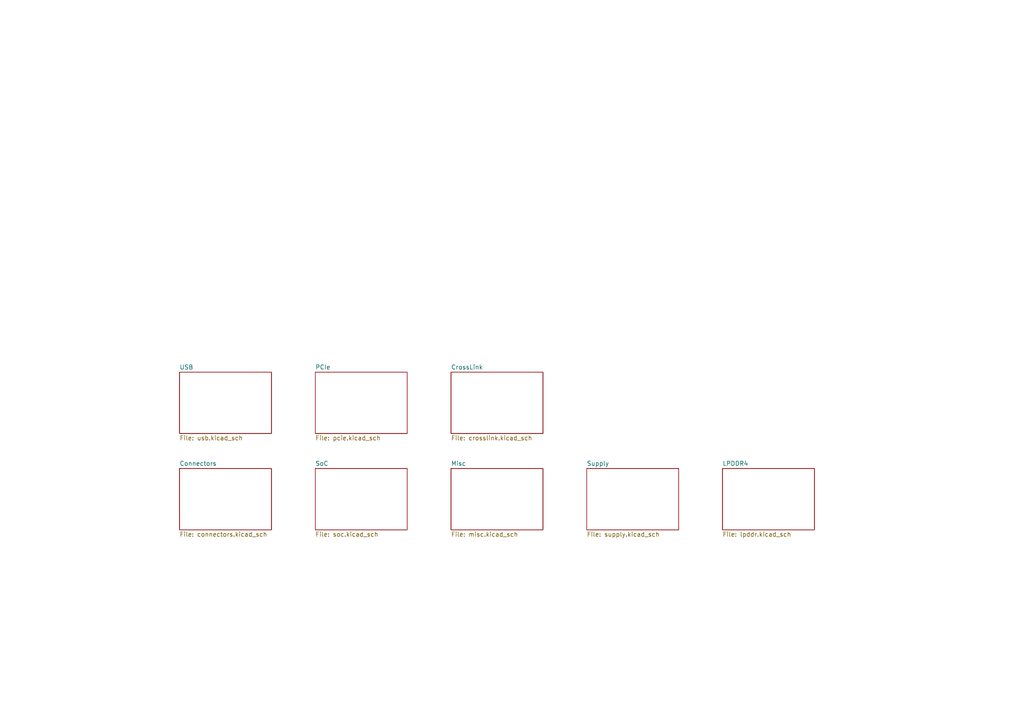
<source format=kicad_sch>
(kicad_sch (version 20211123) (generator eeschema)
  (paper "A4")
  (title_block (title "PolarFire SoM") (date "2024-01-09") (rev "1.0.0") (company "Antmicro Ltd") (comment 1 "www.antmicro.com"))
  (lib_symbols)
  (sheet (at 209.55 135.89) (size 26.67 17.78) (stroke (width 0.1524))
    (property "Sheet name" "LPDDR4" (at 209.55 135.1784 0) (effects (justify left bottom)))
    (property "Sheet file" "lpddr.kicad_sch" (at 209.55 154.2546 0) (effects (justify left top)))
  )
  (sheet (at 52.07 135.89) (size 26.67 17.78) (stroke (width 0.1524))
    (property "Sheet name" "Connectors" (at 52.07 135.1784 0) (effects (justify left bottom)))
    (property "Sheet file" "connectors.kicad_sch" (at 52.07 154.2546 0) (effects (justify left top)))
  )
  (sheet (at 130.81 135.89) (size 26.67 17.78) (stroke (width 0.1524))
    (property "Sheet name" "Misc" (at 130.81 135.1784 0) (effects (justify left bottom)))
    (property "Sheet file" "misc.kicad_sch" (at 130.81 154.2546 0) (effects (justify left top)))
  )
  (sheet (at 91.44 135.89) (size 26.67 17.78) (stroke (width 0.1524))
    (property "Sheet name" "SoC" (at 91.44 135.1784 0) (effects (justify left bottom)))
    (property "Sheet file" "soc.kicad_sch" (at 91.44 154.2546 0) (effects (justify left top)))
  )
  (sheet (at 170.18 135.89) (size 26.67 17.78) (stroke (width 0.1524))
    (property "Sheet name" "Supply" (at 170.18 135.1784 0) (effects (justify left bottom)))
    (property "Sheet file" "supply.kicad_sch" (at 170.18 154.2546 0) (effects (justify left top)))
  )
  (sheet (at 130.81 107.95) (size 26.67 17.78) (stroke (width 0.1524))
    (property "Sheet name" "CrossLink" (at 130.81 107.2384 0) (effects (justify left bottom)))
    (property "Sheet file" "crosslink.kicad_sch" (at 130.81 126.3146 0) (effects (justify left top)))
  )
  (sheet (at 91.44 107.95) (size 26.67 17.78) (stroke (width 0.1524))
    (property "Sheet name" "PCIe" (at 91.44 107.2384 0) (effects (justify left bottom)))
    (property "Sheet file" "pcie.kicad_sch" (at 91.44 126.3146 0) (effects (justify left top)))
  )
  (sheet (at 52.07 107.95) (size 26.67 17.78) (stroke (width 0.1524))
    (property "Sheet name" "USB" (at 52.07 107.2384 0) (effects (justify left bottom)))
    (property "Sheet file" "usb.kicad_sch" (at 52.07 126.3146 0) (effects (justify left top)))
  )
)
</source>
